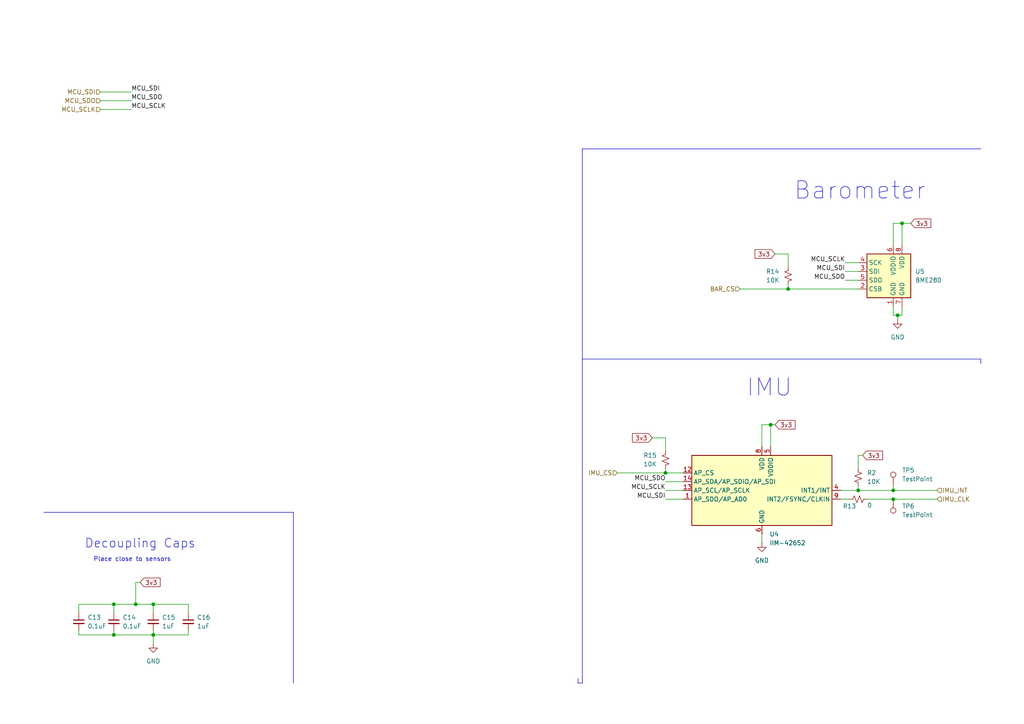
<source format=kicad_sch>
(kicad_sch (version 20231120) (generator "eeschema") (generator_version "8.0")
  (paper "A4")
  (lib_symbols
    (symbol "Connector:TestPoint" (pin_numbers hide) (pin_names (offset 0.762) hide)
      (property "Reference" "TP" (at 0 6.858 0))
      (property "Value" "TestPoint" (at 0 5.08 0))
      (symbol "TestPoint_0_1"
        (circle (center 0 3.302) (radius 0.762))
      )
      (symbol "TestPoint_1_1"
        (pin passive line (at 0 0 90) (length 2.54) (name "1") (number "1"))
      )
    )
    (symbol "Device:C_Small" (pin_numbers hide) (pin_names (offset 0.254) hide)
      (property "Reference" "C" (at 0.254 1.778 0))
      (property "Value" "C_Small" (at 0.254 -2.032 0))
      (symbol "C_Small_0_1"
        (polyline (pts (xy -1.524 -0.508) (xy 1.524 -0.508)) (stroke (width 0.3302)))
        (polyline (pts (xy -1.524 0.508) (xy 1.524 0.508)) (stroke (width 0.3048)))
      )
      (symbol "C_Small_1_1"
        (pin passive line (at 0 2.54 270) (length 2.032) (name "~") (number "1"))
        (pin passive line (at 0 -2.54 90) (length 2.032) (name "~") (number "2"))
      )
    )
    (symbol "Device:R_Small_US" (pin_numbers hide) (pin_names (offset 0.254) hide)
      (property "Reference" "R" (at 0.762 0.508 0))
      (property "Value" "R_Small_US" (at 0.762 -1.016 0))
      (symbol "R_Small_US_1_1"
        (polyline (pts (xy 0 0) (xy 1.016 -0.381) (xy 0 -0.762) (xy -1.016 -1.143) (xy 0 -1.524)))
        (polyline (pts (xy 0 1.524) (xy 1.016 1.143) (xy 0 0.762) (xy -1.016 0.381) (xy 0 0)))
        (pin passive line (at 0 2.54 270) (length 1.016) (name "~") (number "1"))
        (pin passive line (at 0 -2.54 90) (length 1.016) (name "~") (number "2"))
      )
    )
    (symbol "Sensor_Motion:IIM-42652"
      (property "Reference" "U" (at -19.05 11.43 0))
      (property "Value" "IIM-42652" (at 15.24 11.43 0))
      (symbol "IIM-42652_0_1"
        (rectangle (start -20.32 10.16) (end 20.32 -10.16) (stroke (width 0.254)) (fill (type background)))
      )
      (symbol "IIM-42652_1_1"
        (pin input line (at -22.86 -2.54 0) (length 2.54) (name "AP_SDO/AP_AD0") (number "1"))
        (pin no_connect line (at 20.32 2.54 180) (length 2.54) hide (name "RESV") (number "10"))
        (pin no_connect line (at 20.32 -7.62 180) (length 2.54) hide (name "RESV") (number "11"))
        (pin input line (at -22.86 5.08 0) (length 2.54) (name "AP_CS") (number "12"))
        (pin input line (at -22.86 0 0) (length 2.54) (name "AP_SCL/AP_SCLK") (number "13"))
        (pin bidirectional line (at -22.86 2.54 0) (length 2.54) (name "AP_SDA/AP_SDIO/AP_SDI") (number "14"))
        (pin no_connect line (at 20.32 7.62 180) (length 2.54) hide (name "RESV") (number "2"))
        (pin no_connect line (at 20.32 5.08 180) (length 2.54) hide (name "RESV") (number "3"))
        (pin output line (at 22.86 0 180) (length 2.54) (name "INT1/INT") (number "4"))
        (pin power_in line (at 2.54 12.7 270) (length 2.54) (name "VDDIO") (number "5"))
        (pin power_in line (at 0 -12.7 90) (length 2.54) (name "GND") (number "6"))
        (pin passive line (at 0 -12.7 90) (length 2.54) hide (name "GND") (number "7"))
        (pin power_in line (at 0 12.7 270) (length 2.54) (name "VDD") (number "8"))
        (pin bidirectional line (at 22.86 -2.54 180) (length 2.54) (name "INT2/FSYNC/CLKIN") (number "9"))
      )
    )
    (symbol "Sensor_Pressure:BMP280"
      (property "Reference" "U" (at -7.62 10.16 0))
      (property "Value" "BMP280" (at 5.08 10.16 0))
      (symbol "BMP280_0_1"
        (rectangle (start -7.62 -5.08) (end 5.08 7.62) (stroke (width 0.254)) (fill (type background)))
      )
      (symbol "BMP280_1_1"
        (pin power_in line (at 0 -7.62 90) (length 2.54) (name "GND") (number "1"))
        (pin input line (at -10.16 -2.54 0) (length 2.54) (name "CSB") (number "2"))
        (pin bidirectional line (at -10.16 2.54 0) (length 2.54) (name "SDI") (number "3"))
        (pin input line (at -10.16 5.08 0) (length 2.54) (name "SCK") (number "4"))
        (pin bidirectional line (at -10.16 0 0) (length 2.54) (name "SDO") (number "5"))
        (pin power_in line (at 0 10.16 270) (length 2.54) (name "VDDIO") (number "6"))
        (pin power_in line (at 2.54 -7.62 90) (length 2.54) (name "GND") (number "7"))
        (pin power_in line (at 2.54 10.16 270) (length 2.54) (name "VDD") (number "8"))
      )
    )
    (symbol "power:GND" (power) (pin_numbers hide) (pin_names (offset 0) hide)
      (property "Value" "GND" (at 0 -3.81 0))
      (symbol "GND_0_1"
        (polyline (pts (xy 0 0) (xy 0 -1.27) (xy 1.27 -1.27) (xy 0 -2.54) (xy -1.27 -1.27) (xy 0 -1.27)))
      )
      (symbol "GND_1_1"
        (pin power_in line (at 0 0 270) (length 0) (name "~") (number "1"))
      )
    )
  )
  (junction (at 260.35 91.44))
  (junction (at 33.02 184.15))
  (junction (at 44.45 184.15))
  (junction (at 261.62 64.77))
  (junction (at 259.08 142.24))
  (junction (at 248.92 142.24))
  (junction (at 44.45 175.26))
  (junction (at 193.04 137.16))
  (junction (at 33.02 175.26))
  (junction (at 228.6 83.82))
  (junction (at 223.52 123.19))
  (junction (at 259.08 144.78))
  (junction (at 39.37 175.26))
  (wire (pts (xy 193.04 144.78) (xy 198.12 144.78)))
  (wire (pts (xy 223.52 123.19) (xy 220.98 123.19)))
  (polyline (pts (xy 168.91 198.12) (xy 167.64 198.12)))
  (wire (pts (xy 54.61 175.26) (xy 44.45 175.26)))
  (wire (pts (xy 259.08 144.78) (xy 271.78 144.78)))
  (polyline (pts (xy 168.91 104.14) (xy 284.48 104.14)))
  (wire (pts (xy 261.62 64.77) (xy 264.16 64.77)))
  (wire (pts (xy 29.21 29.21) (xy 38.1 29.21)))
  (wire (pts (xy 44.45 184.15) (xy 44.45 186.69)))
  (wire (pts (xy 54.61 184.15) (xy 54.61 182.88)))
  (wire (pts (xy 228.6 77.47) (xy 228.6 73.66)))
  (wire (pts (xy 193.04 139.7) (xy 198.12 139.7)))
  (wire (pts (xy 259.08 88.9) (xy 259.08 91.44)))
  (wire (pts (xy 54.61 177.8) (xy 54.61 175.26)))
  (wire (pts (xy 44.45 184.15) (xy 54.61 184.15)))
  (wire (pts (xy 223.52 123.19) (xy 224.79 123.19)))
  (wire (pts (xy 29.21 31.75) (xy 38.1 31.75)))
  (wire (pts (xy 44.45 184.15) (xy 33.02 184.15)))
  (wire (pts (xy 33.02 175.26) (xy 22.86 175.26)))
  (wire (pts (xy 22.86 175.26) (xy 22.86 177.8)))
  (wire (pts (xy 44.45 175.26) (xy 44.45 177.8)))
  (wire (pts (xy 189.23 127) (xy 193.04 127)))
  (wire (pts (xy 22.86 184.15) (xy 22.86 182.88)))
  (wire (pts (xy 39.37 168.91) (xy 40.64 168.91)))
  (wire (pts (xy 179.07 137.16) (xy 193.04 137.16)))
  (wire (pts (xy 224.79 73.66) (xy 228.6 73.66)))
  (wire (pts (xy 193.04 130.81) (xy 193.04 127)))
  (wire (pts (xy 193.04 137.16) (xy 198.12 137.16)))
  (wire (pts (xy 29.21 26.67) (xy 38.1 26.67)))
  (polyline (pts (xy 85.09 148.59) (xy 85.09 198.12)))
  (wire (pts (xy 248.92 132.08) (xy 250.19 132.08)))
  (wire (pts (xy 44.45 175.26) (xy 39.37 175.26)))
  (wire (pts (xy 259.08 64.77) (xy 259.08 71.12)))
  (polyline (pts (xy 167.64 196.85) (xy 167.64 198.12)))
  (wire (pts (xy 228.6 82.55) (xy 228.6 83.82)))
  (wire (pts (xy 214.63 83.82) (xy 228.6 83.82)))
  (wire (pts (xy 223.52 129.54) (xy 223.52 123.19)))
  (wire (pts (xy 260.35 91.44) (xy 259.08 91.44)))
  (polyline (pts (xy 168.91 163.83) (xy 168.91 104.14)))
  (wire (pts (xy 245.11 78.74) (xy 248.92 78.74)))
  (wire (pts (xy 261.62 64.77) (xy 261.62 71.12)))
  (polyline (pts (xy 284.48 43.18) (xy 168.91 43.18)))
  (wire (pts (xy 260.35 92.71) (xy 260.35 91.44)))
  (wire (pts (xy 248.92 142.24) (xy 259.08 142.24)))
  (wire (pts (xy 220.98 154.94) (xy 220.98 157.48)))
  (wire (pts (xy 245.11 81.28) (xy 248.92 81.28)))
  (wire (pts (xy 33.02 184.15) (xy 22.86 184.15)))
  (wire (pts (xy 248.92 135.89) (xy 248.92 132.08)))
  (wire (pts (xy 39.37 175.26) (xy 39.37 168.91)))
  (wire (pts (xy 245.11 76.2) (xy 248.92 76.2)))
  (polyline (pts (xy 284.48 104.14) (xy 284.48 105.41)))
  (wire (pts (xy 228.6 83.82) (xy 248.92 83.82)))
  (polyline (pts (xy 12.7 148.59) (xy 85.09 148.59)))
  (wire (pts (xy 33.02 184.15) (xy 33.02 182.88)))
  (polyline (pts (xy 168.91 43.18) (xy 168.91 104.14)))
  (wire (pts (xy 243.84 144.78) (xy 246.38 144.78)))
  (wire (pts (xy 243.84 142.24) (xy 248.92 142.24)))
  (polyline (pts (xy 168.91 163.83) (xy 168.91 198.12)))
  (wire (pts (xy 259.08 142.24) (xy 271.78 142.24)))
  (wire (pts (xy 193.04 142.24) (xy 198.12 142.24)))
  (wire (pts (xy 193.04 135.89) (xy 193.04 137.16)))
  (wire (pts (xy 261.62 88.9) (xy 261.62 91.44)))
  (wire (pts (xy 251.46 144.78) (xy 259.08 144.78)))
  (wire (pts (xy 259.08 64.77) (xy 261.62 64.77)))
  (wire (pts (xy 259.08 140.97) (xy 259.08 142.24)))
  (wire (pts (xy 39.37 175.26) (xy 33.02 175.26)))
  (wire (pts (xy 44.45 182.88) (xy 44.45 184.15)))
  (wire (pts (xy 220.98 123.19) (xy 220.98 129.54)))
  (wire (pts (xy 248.92 140.97) (xy 248.92 142.24)))
  (wire (pts (xy 33.02 175.26) (xy 33.02 177.8)))
  (wire (pts (xy 260.35 91.44) (xy 261.62 91.44)))
  (text "IMU " (at 225.044 112.522 0) (effects (font (size 5 5))))
  (text "Decoupling Caps\n" (at 40.64 157.734 0) (effects (font (size 2.54 2.54))))
  (text "Barometer" (at 249.428 55.372 0) (effects (font (size 5 5))))
  (text "Place close to sensors\n" (at 38.354 162.306 0) (effects (font (size 1.27 1.27))))
  (label "MCU_SDO" (at 193.04 139.7 180))
  (label "MCU_SCLK" (at 38.1 31.75 0))
  (label "MCU_SDI" (at 38.1 26.67 0))
  (label "MCU_SCLK" (at 245.11 76.2 180))
  (label "MCU_SDI" (at 193.04 144.78 180))
  (label "MCU_SCLK" (at 193.04 142.24 180))
  (label "MCU_SDO" (at 245.11 81.28 180))
  (label "MCU_SDO" (at 38.1 29.21 0))
  (label "MCU_SDI" (at 245.11 78.74 180))
  (global_label "3v3" (shape input) (at 264.16 64.77 0) (property "Intersheetrefs" "${INTERSHEET_REFS}" (effects (hide yes))))
  (global_label "3v3" (shape input) (at 40.64 168.91 0) (property "Intersheetrefs" "${INTERSHEET_REFS}" (effects (hide yes))))
  (global_label "3v3" (shape input) (at 250.19 132.08 0) (property "Intersheetrefs" "${INTERSHEET_REFS}" (effects (hide yes))))
  (global_label "3v3" (shape input) (at 224.79 73.66 180) (property "Intersheetrefs" "${INTERSHEET_REFS}" (effects (hide yes))))
  (global_label "3v3" (shape input) (at 224.79 123.19 0) (property "Intersheetrefs" "${INTERSHEET_REFS}" (effects (hide yes))))
  (global_label "3v3" (shape input) (at 189.23 127 180) (property "Intersheetrefs" "${INTERSHEET_REFS}" (effects (hide yes))))
  (hierarchical_label "MCU_SDO" (shape input) (at 29.21 29.21 180))
  (hierarchical_label "BAR_CS" (shape input) (at 214.63 83.82 180))
  (hierarchical_label "IMU_CLK" (shape input) (at 271.78 144.78 0))
  (hierarchical_label "MCU_SCLK" (shape input) (at 29.21 31.75 180))
  (hierarchical_label "IMU_CS" (shape input) (at 179.07 137.16 180))
  (hierarchical_label "IMU_INT" (shape input) (at 271.78 142.24 0))
  (hierarchical_label "MCU_SDI" (shape input) (at 29.21 26.67 180))
  (symbol (lib_id "Device:C_Small") (at 54.61 180.34 0) (unit 1)
    (property "Reference" "C16" (at 57.15 179.0762 0) (effects (justify left)))
    (property "Value" "1uF" (at 57.15 181.6162 0) (effects (justify left)))
    (property "Description" "Unpolarized capacitor, small symbol" (effects (hide yes)))
  )
  (symbol (lib_id "power:GND") (at 220.98 157.48 0) (unit 1)
    (property "Reference" "#PWR015" (effects (hide yes)))
    (property "Value" "GND" (at 220.98 162.56 0))
    (property "Description" "Power symbol creates a global label with name \"GND\" , ground" (effects (hide yes)))
  )
  (symbol (lib_id "Device:C_Small") (at 33.02 180.34 0) (unit 1)
    (property "Reference" "C14" (at 35.56 179.0762 0) (effects (justify left)))
    (property "Value" "0.1uF" (at 35.56 181.6162 0) (effects (justify left)))
    (property "Description" "Unpolarized capacitor, small symbol" (effects (hide yes)))
  )
  (symbol (lib_id "Connector:TestPoint") (at 259.08 140.97 0) (unit 1)
    (property "Reference" "TP5" (at 261.62 136.3979 0) (effects (justify left)))
    (property "Value" "TestPoint" (at 261.62 138.9379 0) (effects (justify left)))
    (property "Description" "test point" (effects (hide yes)))
  )
  (symbol (lib_id "Device:C_Small") (at 22.86 180.34 0) (unit 1)
    (property "Reference" "C13" (at 25.4 179.0762 0) (effects (justify left)))
    (property "Value" "0.1uF" (at 25.4 181.6162 0) (effects (justify left)))
    (property "Description" "Unpolarized capacitor, small symbol" (effects (hide yes)))
  )
  (symbol (lib_id "Connector:TestPoint") (at 259.08 144.78 180) (unit 1)
    (property "Reference" "TP6" (at 261.62 146.8119 0) (effects (justify right)))
    (property "Value" "TestPoint" (at 261.62 149.3519 0) (effects (justify right)))
    (property "Description" "test point" (effects (hide yes)))
  )
  (symbol (lib_id "Device:R_Small_US") (at 248.92 144.78 270) (unit 1)
    (property "Reference" "R13" (at 246.38 146.812 90))
    (property "Value" "0" (at 252.222 146.558 90))
    (property "Description" "Resistor, small US symbol" (effects (hide yes)))
  )
  (symbol (lib_id "Device:C_Small") (at 44.45 180.34 0) (unit 1)
    (property "Reference" "C15" (at 46.99 179.0762 0) (effects (justify left)))
    (property "Value" "1uF" (at 46.99 181.6162 0) (effects (justify left)))
    (property "Description" "Unpolarized capacitor, small symbol" (effects (hide yes)))
  )
  (symbol (lib_id "power:GND") (at 260.35 92.71 0) (unit 1)
    (property "Reference" "#PWR09" (effects (hide yes)))
    (property "Value" "GND" (at 260.35 97.79 0))
    (property "Description" "Power symbol creates a global label with name \"GND\" , ground" (effects (hide yes)))
  )
  (symbol (lib_id "power:GND") (at 44.45 186.69 0) (unit 1)
    (property "Reference" "#PWR014" (effects (hide yes)))
    (property "Value" "GND" (at 44.45 191.77 0))
    (property "Description" "Power symbol creates a global label with name \"GND\" , ground" (effects (hide yes)))
  )
  (symbol (lib_id "Sensor_Motion:IIM-42652") (at 220.98 142.24 0) (unit 1)
    (property "Reference" "U4" (at 223.1741 154.94 0) (effects (justify left)))
    (property "Value" "IIM-42652" (at 223.1741 157.48 0) (effects (justify left)))
    (property "Footprint" "Package_LGA:Bosch_LGA-14_3x2.5mm_P0.5mm" (effects (hide yes)))
    (property "Datasheet" "https://invensense.tdk.com/wp-content/uploads/2021/01/ds-000440_iim-42652-datasheet.pdf" (effects (hide yes)))
    (property "Description" "6-axis MEMS gyroscope/accelerometer, I2C/I3C/SPI interface, 1.71 to 3.3V, LGA-14" (effects (hide yes)))
  )
  (symbol (lib_id "Device:R_Small_US") (at 248.92 138.43 0) (unit 1)
    (property "Reference" "R2" (at 251.46 137.1599 0) (effects (justify left)))
    (property "Value" "10K" (at 251.46 139.6999 0) (effects (justify left)))
    (property "Description" "Resistor, small US symbol" (effects (hide yes)))
  )
  (symbol (lib_id "Sensor_Pressure:BMP280") (at 259.08 81.28 0) (unit 1)
    (property "Reference" "U5" (at 265.43 78.7399 0) (effects (justify left)))
    (property "Value" "BME280" (at 265.43 81.2799 0) (effects (justify left)))
    (property "Footprint" "Package_LGA:Bosch_LGA-8_2x2.5mm_P0.65mm_ClockwisePinNumbering" (effects (hide yes)))
    (property "Datasheet" "https://ae-bst.resource.bosch.com/media/_tech/media/datasheets/BST-BMP280-DS001.pdf" (effects (hide yes)))
    (property "Description" "Absolute Barometric Pressure Sensor, LGA-8" (effects (hide yes)))
    (property "Field5" "BME280" (effects (hide yes)))
  )
  (symbol (lib_id "Device:R_Small_US") (at 228.6 80.01 0) (mirror y) (unit 1)
    (property "Reference" "R14" (at 226.06 78.7399 0) (effects (justify left)))
    (property "Value" "10K" (at 226.06 81.2799 0) (effects (justify left)))
    (property "Description" "Resistor, small US symbol" (effects (hide yes)))
  )
  (symbol (lib_id "Device:R_Small_US") (at 193.04 133.35 0) (mirror y) (unit 1)
    (property "Reference" "R15" (at 190.5 132.0799 0) (effects (justify left)))
    (property "Value" "10K" (at 190.5 134.6199 0) (effects (justify left)))
    (property "Description" "Resistor, small US symbol" (effects (hide yes)))
  )
)
</source>
